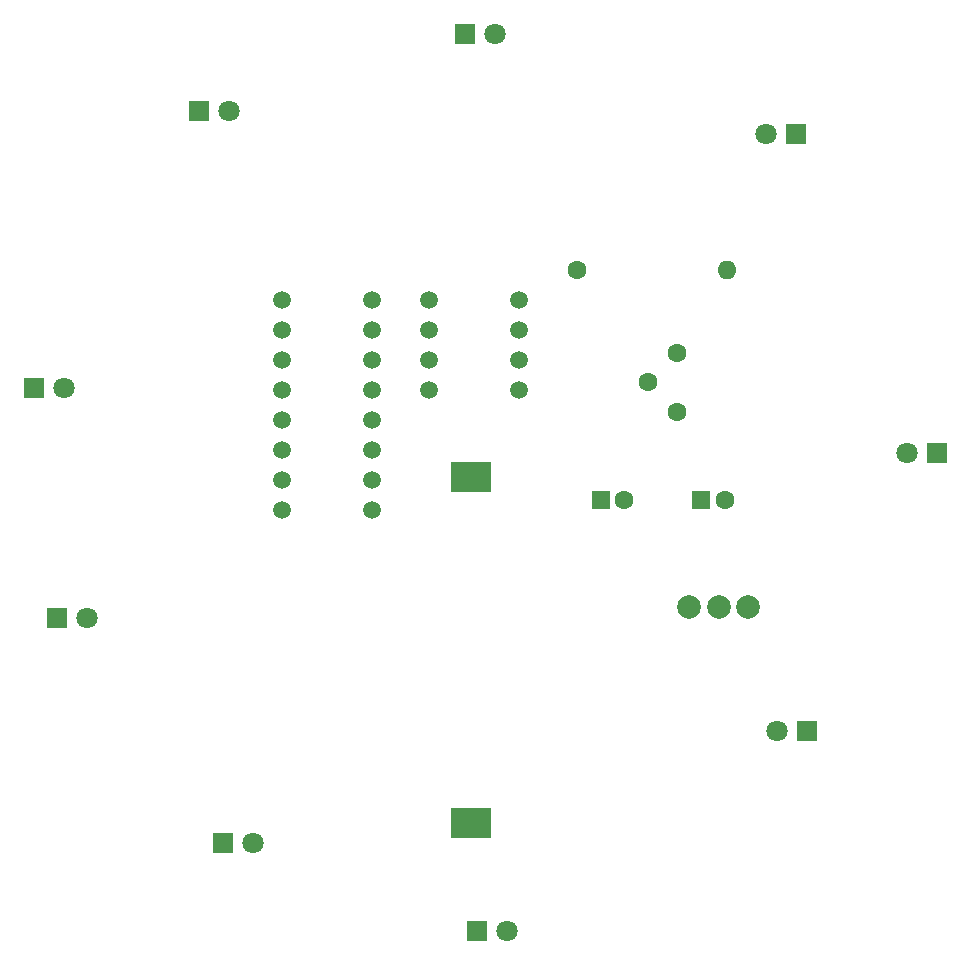
<source format=gbs>
%TF.GenerationSoftware,KiCad,Pcbnew,(5.1.10)-1*%
%TF.CreationDate,2022-08-20T19:05:30-07:00*%
%TF.ProjectId,IEEE_PCB_1,49454545-5f50-4434-925f-312e6b696361,1*%
%TF.SameCoordinates,Original*%
%TF.FileFunction,Soldermask,Bot*%
%TF.FilePolarity,Negative*%
%FSLAX46Y46*%
G04 Gerber Fmt 4.6, Leading zero omitted, Abs format (unit mm)*
G04 Created by KiCad (PCBNEW (5.1.10)-1) date 2022-08-20 19:05:30*
%MOMM*%
%LPD*%
G01*
G04 APERTURE LIST*
%ADD10C,1.600000*%
%ADD11R,1.600000X1.600000*%
%ADD12C,1.800000*%
%ADD13R,1.800000X1.800000*%
%ADD14O,1.600000X1.600000*%
%ADD15C,1.500000*%
%ADD16C,2.000000*%
%ADD17R,3.510000X2.540000*%
G04 APERTURE END LIST*
D10*
%TO.C,C1*%
X150500000Y-108000000D03*
D11*
X148500000Y-108000000D03*
%TD*%
%TO.C,C2*%
X157000000Y-108000000D03*
D10*
X159000000Y-108000000D03*
%TD*%
D12*
%TO.C,D1*%
X162460000Y-77000000D03*
D13*
X165000000Y-77000000D03*
%TD*%
%TO.C,D2*%
X114500000Y-75000000D03*
D12*
X117040000Y-75000000D03*
%TD*%
%TO.C,D3*%
X139540000Y-68500000D03*
D13*
X137000000Y-68500000D03*
%TD*%
%TO.C,D4*%
X100500000Y-98500000D03*
D12*
X103040000Y-98500000D03*
%TD*%
%TO.C,D5*%
X174460000Y-104000000D03*
D13*
X177000000Y-104000000D03*
%TD*%
%TO.C,D6*%
X102500000Y-118000000D03*
D12*
X105040000Y-118000000D03*
%TD*%
%TO.C,D7*%
X140540000Y-144500000D03*
D13*
X138000000Y-144500000D03*
%TD*%
%TO.C,D8*%
X116500000Y-137000000D03*
D12*
X119040000Y-137000000D03*
%TD*%
D13*
%TO.C,D9*%
X166000000Y-127500000D03*
D12*
X163460000Y-127500000D03*
%TD*%
D10*
%TO.C,R1*%
X146500000Y-88500000D03*
D14*
X159200000Y-88500000D03*
%TD*%
D10*
%TO.C,RV1*%
X155000000Y-100500000D03*
X152500000Y-98000000D03*
X155000000Y-95500000D03*
%TD*%
D15*
%TO.C,U1*%
X134000000Y-91000000D03*
X134000000Y-93540000D03*
X134000000Y-96080000D03*
X134000000Y-98620000D03*
X141620000Y-91000000D03*
X141620000Y-98620000D03*
X141620000Y-96080000D03*
X141620000Y-93540000D03*
%TD*%
%TO.C,U2*%
X121500000Y-91000000D03*
X121500000Y-93540000D03*
X121500000Y-96080000D03*
X121500000Y-98620000D03*
X121500000Y-101160000D03*
X121500000Y-103700000D03*
X121500000Y-106240000D03*
X121500000Y-108780000D03*
X129120000Y-106240000D03*
X129120000Y-108780000D03*
X129120000Y-103700000D03*
X129120000Y-96080000D03*
X129120000Y-101160000D03*
X129120000Y-91000000D03*
X129120000Y-98620000D03*
X129120000Y-93540000D03*
%TD*%
D16*
%TO.C,U3*%
X158500000Y-117000000D03*
X161000000Y-117000000D03*
X156000000Y-117000000D03*
%TD*%
D17*
%TO.C,U4*%
X137500000Y-106000000D03*
X137500000Y-135360000D03*
%TD*%
M02*

</source>
